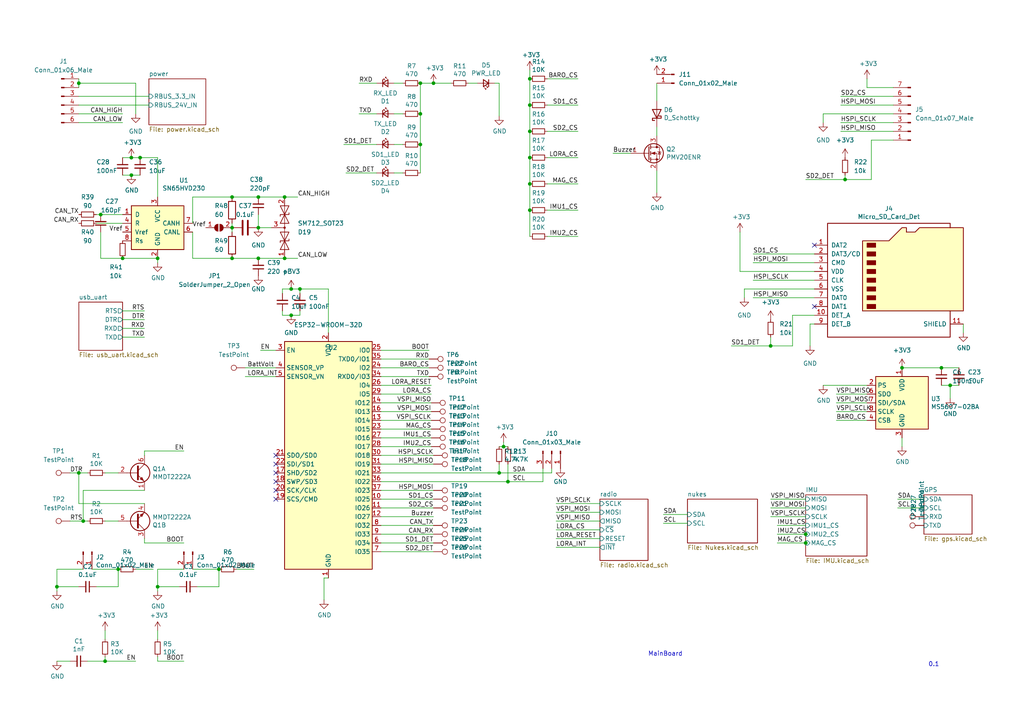
<source format=kicad_sch>
(kicad_sch (version 20211123) (generator eeschema)
  (paper "A4")
  (junction (at 86.995 83.82))
  (junction (at 147.32 139.7))
  (junction (at 82.55 74.93))
  (junction (at 16.51 170.18))
  (junction (at 261.62 106.68))
  (junction (at 273.05 106.68))
  (junction (at 45.72 74.93))
  (junction (at 233.68 154.94))
  (junction (at 153.67 30.48))
  (junction (at 125.73 24.13))
  (junction (at 144.78 137.16))
  (junction (at 146.05 129.54))
  (junction (at 63.5 165.1))
  (junction (at 153.67 38.1))
  (junction (at 35.56 74.93))
  (junction (at 22.86 24.13))
  (junction (at 74.93 57.15))
  (junction (at 67.31 57.15))
  (junction (at 153.67 53.34))
  (junction (at 84.455 83.82))
  (junction (at 38.1 45.72))
  (junction (at 121.92 33.02))
  (junction (at 74.93 66.04))
  (junction (at 223.52 100.33))
  (junction (at 67.31 66.04))
  (junction (at 153.67 22.86))
  (junction (at 153.67 45.72))
  (junction (at 82.55 57.15))
  (junction (at 34.29 165.1))
  (junction (at 84.455 91.44))
  (junction (at 67.31 74.93))
  (junction (at 74.93 74.93))
  (junction (at 121.92 41.91))
  (junction (at 24.13 151.13))
  (junction (at 153.67 60.96))
  (junction (at 121.92 24.13))
  (junction (at 233.68 157.48))
  (junction (at 245.11 52.07))
  (junction (at 45.72 170.18))
  (junction (at 30.48 191.77))
  (junction (at 29.21 62.23))
  (junction (at 40.64 45.72))
  (junction (at 38.1 50.8))
  (junction (at 22.86 137.16))
  (junction (at 275.59 111.76))
  (no_connect (at 236.22 71.12))
  (no_connect (at 80.01 132.08))
  (no_connect (at 236.22 88.9))
  (no_connect (at 80.01 134.62))
  (no_connect (at 80.01 142.24))
  (no_connect (at 80.01 144.78))
  (no_connect (at 80.01 139.7))
  (no_connect (at 80.01 137.16))
  (wire (pts (xy 22.86 24.13) (xy 39.37 24.13)))
  (wire (pts (xy 144.78 24.13) (xy 143.51 24.13)))
  (wire (pts (xy 35.56 45.72) (xy 38.1 45.72)))
  (wire (pts (xy 55.88 64.77) (xy 55.88 57.15)))
  (wire (pts (xy 29.21 62.23) (xy 35.56 62.23)))
  (wire (pts (xy 41.91 156.21) (xy 41.91 157.48)))
  (wire (pts (xy 34.29 137.16) (xy 30.48 137.16)))
  (wire (pts (xy 24.13 142.24) (xy 41.91 142.24)))
  (wire (pts (xy 45.72 165.1) (xy 53.34 165.1)))
  (wire (pts (xy 16.51 170.18) (xy 16.51 171.45)))
  (wire (pts (xy 25.4 191.77) (xy 30.48 191.77)))
  (wire (pts (xy 273.05 111.76) (xy 275.59 111.76)))
  (wire (pts (xy 161.29 146.05) (xy 173.99 146.05)))
  (wire (pts (xy 67.31 57.15) (xy 74.93 57.15)))
  (wire (pts (xy 71.12 106.68) (xy 80.01 106.68)))
  (wire (pts (xy 238.76 33.02) (xy 238.76 35.56)))
  (wire (pts (xy 110.49 160.02) (xy 125.73 160.02)))
  (wire (pts (xy 110.49 137.16) (xy 144.78 137.16)))
  (wire (pts (xy 57.15 170.18) (xy 63.5 170.18)))
  (wire (pts (xy 229.87 100.33) (xy 223.52 100.33)))
  (wire (pts (xy 110.49 104.14) (xy 124.46 104.14)))
  (wire (pts (xy 153.67 22.86) (xy 153.67 30.48)))
  (wire (pts (xy 114.3 24.13) (xy 116.84 24.13)))
  (wire (pts (xy 74.93 74.93) (xy 82.55 74.93)))
  (wire (pts (xy 161.29 156.21) (xy 173.99 156.21)))
  (wire (pts (xy 259.08 40.64) (xy 252.73 40.64)))
  (wire (pts (xy 27.94 64.77) (xy 35.56 64.77)))
  (wire (pts (xy 121.92 24.13) (xy 125.73 24.13)))
  (wire (pts (xy 242.57 119.38) (xy 251.46 119.38)))
  (wire (pts (xy 234.95 100.33) (xy 234.95 93.98)))
  (wire (pts (xy 22.86 22.86) (xy 22.86 24.13)))
  (wire (pts (xy 35.56 97.79) (xy 41.91 97.79)))
  (wire (pts (xy 121.92 33.02) (xy 121.92 41.91)))
  (wire (pts (xy 110.49 111.76) (xy 125.095 111.76)))
  (wire (pts (xy 215.9 83.82) (xy 215.9 86.36)))
  (wire (pts (xy 146.05 128.27) (xy 146.05 129.54)))
  (wire (pts (xy 233.68 154.94) (xy 234.315 154.94)))
  (wire (pts (xy 153.67 68.58) (xy 153.67 60.96)))
  (wire (pts (xy 25.4 151.13) (xy 24.13 151.13)))
  (wire (pts (xy 81.915 85.09) (xy 81.915 83.82)))
  (wire (pts (xy 243.84 27.94) (xy 259.08 27.94)))
  (wire (pts (xy 110.49 127) (xy 125.095 127)))
  (wire (pts (xy 22.86 24.13) (xy 22.86 25.4)))
  (wire (pts (xy 147.32 129.54) (xy 146.05 129.54)))
  (wire (pts (xy 16.51 191.77) (xy 20.32 191.77)))
  (wire (pts (xy 110.49 144.78) (xy 125.73 144.78)))
  (wire (pts (xy 40.64 45.72) (xy 45.72 45.72)))
  (wire (pts (xy 110.49 134.62) (xy 125.73 134.62)))
  (wire (pts (xy 38.1 50.8) (xy 40.64 50.8)))
  (wire (pts (xy 110.49 116.84) (xy 125.095 116.84)))
  (wire (pts (xy 218.44 76.2) (xy 236.22 76.2)))
  (wire (pts (xy 121.92 41.91) (xy 121.92 50.165)))
  (wire (pts (xy 214.63 67.31) (xy 214.63 78.74)))
  (wire (pts (xy 215.9 83.82) (xy 236.22 83.82)))
  (wire (pts (xy 242.57 114.3) (xy 251.46 114.3)))
  (wire (pts (xy 190.5 49.53) (xy 190.5 55.88)))
  (wire (pts (xy 30.48 191.77) (xy 39.37 191.77)))
  (wire (pts (xy 74.93 62.23) (xy 74.93 66.04)))
  (wire (pts (xy 192.405 149.225) (xy 199.39 149.225)))
  (wire (pts (xy 158.75 22.86) (xy 167.64 22.86)))
  (wire (pts (xy 261.62 106.68) (xy 273.05 106.68)))
  (wire (pts (xy 218.44 81.28) (xy 236.22 81.28)))
  (wire (pts (xy 30.48 151.13) (xy 34.29 151.13)))
  (wire (pts (xy 22.86 137.16) (xy 22.86 146.05)))
  (wire (pts (xy 144.78 137.16) (xy 160.02 137.16)))
  (wire (pts (xy 267.97 147.32) (xy 260.35 147.32)))
  (wire (pts (xy 82.55 57.15) (xy 86.36 57.15)))
  (wire (pts (xy 110.49 154.94) (xy 125.73 154.94)))
  (wire (pts (xy 233.68 52.07) (xy 245.11 52.07)))
  (wire (pts (xy 192.405 151.765) (xy 199.39 151.765)))
  (wire (pts (xy 104.14 24.13) (xy 109.22 24.13)))
  (wire (pts (xy 267.97 144.78) (xy 260.35 144.78)))
  (wire (pts (xy 67.31 64.77) (xy 67.31 66.04)))
  (wire (pts (xy 135.89 24.13) (xy 138.43 24.13)))
  (wire (pts (xy 125.73 24.13) (xy 130.81 24.13)))
  (wire (pts (xy 279.4 96.52) (xy 279.4 93.98)))
  (wire (pts (xy 158.75 30.48) (xy 167.64 30.48)))
  (wire (pts (xy 27.94 170.18) (xy 34.29 170.18)))
  (wire (pts (xy 35.56 74.93) (xy 45.72 74.93)))
  (wire (pts (xy 251.46 25.4) (xy 259.08 25.4)))
  (wire (pts (xy 25.4 137.16) (xy 22.86 137.16)))
  (wire (pts (xy 22.86 30.48) (xy 43.18 30.48)))
  (wire (pts (xy 86.995 91.44) (xy 86.995 90.17)))
  (wire (pts (xy 242.57 121.92) (xy 251.46 121.92)))
  (wire (pts (xy 158.75 68.58) (xy 167.64 68.58)))
  (wire (pts (xy 243.84 38.1) (xy 259.08 38.1)))
  (wire (pts (xy 182.88 44.45) (xy 177.8 44.45)))
  (wire (pts (xy 114.3 33.02) (xy 116.84 33.02)))
  (wire (pts (xy 225.425 157.48) (xy 233.68 157.48)))
  (wire (pts (xy 161.29 148.59) (xy 173.99 148.59)))
  (wire (pts (xy 16.51 165.1) (xy 16.51 170.18)))
  (wire (pts (xy 110.49 147.32) (xy 125.73 147.32)))
  (wire (pts (xy 153.67 45.72) (xy 153.67 53.34)))
  (wire (pts (xy 26.67 165.1) (xy 34.29 165.1)))
  (wire (pts (xy 27.94 62.23) (xy 29.21 62.23)))
  (wire (pts (xy 74.93 66.04) (xy 78.74 66.04)))
  (wire (pts (xy 22.86 137.16) (xy 20.32 137.16)))
  (wire (pts (xy 71.12 109.22) (xy 80.01 109.22)))
  (wire (pts (xy 24.13 151.13) (xy 20.32 151.13)))
  (wire (pts (xy 93.98 173.99) (xy 93.98 167.64)))
  (wire (pts (xy 73.66 165.1) (xy 68.58 165.1)))
  (wire (pts (xy 29.21 74.93) (xy 35.56 74.93)))
  (wire (pts (xy 147.32 134.62) (xy 147.32 139.7)))
  (wire (pts (xy 110.49 132.08) (xy 125.73 132.08)))
  (wire (pts (xy 110.49 106.68) (xy 124.46 106.68)))
  (wire (pts (xy 110.49 157.48) (xy 125.73 157.48)))
  (wire (pts (xy 45.72 165.1) (xy 45.72 170.18)))
  (wire (pts (xy 38.1 45.72) (xy 40.64 45.72)))
  (wire (pts (xy 41.91 157.48) (xy 53.34 157.48)))
  (wire (pts (xy 229.87 91.44) (xy 229.87 100.33)))
  (wire (pts (xy 44.45 165.1) (xy 39.37 165.1)))
  (wire (pts (xy 160.02 137.16) (xy 160.02 135.89)))
  (wire (pts (xy 35.56 90.17) (xy 41.91 90.17)))
  (wire (pts (xy 22.86 170.18) (xy 16.51 170.18)))
  (wire (pts (xy 104.14 33.02) (xy 109.22 33.02)))
  (wire (pts (xy 45.72 191.77) (xy 45.72 190.5)))
  (wire (pts (xy 30.48 182.88) (xy 30.48 185.42)))
  (wire (pts (xy 29.21 67.31) (xy 29.21 74.93)))
  (wire (pts (xy 161.29 151.13) (xy 173.99 151.13)))
  (wire (pts (xy 273.05 106.68) (xy 278.13 106.68)))
  (wire (pts (xy 251.46 22.86) (xy 251.46 25.4)))
  (wire (pts (xy 84.455 91.44) (xy 86.995 91.44)))
  (wire (pts (xy 229.87 91.44) (xy 236.22 91.44)))
  (wire (pts (xy 45.72 170.18) (xy 45.72 171.45)))
  (wire (pts (xy 86.995 83.82) (xy 95.25 83.82)))
  (wire (pts (xy 218.44 86.36) (xy 236.22 86.36)))
  (wire (pts (xy 74.93 57.15) (xy 82.55 57.15)))
  (wire (pts (xy 242.57 116.84) (xy 251.46 116.84)))
  (wire (pts (xy 22.86 27.94) (xy 43.18 27.94)))
  (wire (pts (xy 67.31 66.04) (xy 67.31 67.31)))
  (wire (pts (xy 158.75 60.96) (xy 167.64 60.96)))
  (wire (pts (xy 35.56 95.25) (xy 41.91 95.25)))
  (wire (pts (xy 45.72 76.2) (xy 45.72 74.93)))
  (wire (pts (xy 110.49 109.22) (xy 124.46 109.22)))
  (wire (pts (xy 35.56 50.8) (xy 38.1 50.8)))
  (wire (pts (xy 212.09 100.33) (xy 223.52 100.33)))
  (wire (pts (xy 110.49 152.4) (xy 125.73 152.4)))
  (wire (pts (xy 52.07 170.18) (xy 45.72 170.18)))
  (wire (pts (xy 55.88 57.15) (xy 67.31 57.15)))
  (wire (pts (xy 82.55 74.93) (xy 86.36 74.93)))
  (wire (pts (xy 234.95 93.98) (xy 236.22 93.98)))
  (wire (pts (xy 55.88 165.1) (xy 63.5 165.1)))
  (wire (pts (xy 110.49 121.92) (xy 125.095 121.92)))
  (wire (pts (xy 238.76 111.76) (xy 251.46 111.76)))
  (wire (pts (xy 225.425 154.94) (xy 233.68 154.94)))
  (wire (pts (xy 243.84 30.48) (xy 259.08 30.48)))
  (wire (pts (xy 110.49 139.7) (xy 147.32 139.7)))
  (wire (pts (xy 158.75 45.72) (xy 167.64 45.72)))
  (wire (pts (xy 41.91 130.81) (xy 53.34 130.81)))
  (wire (pts (xy 55.88 67.31) (xy 55.88 74.93)))
  (wire (pts (xy 22.86 146.05) (xy 41.91 146.05)))
  (wire (pts (xy 22.86 33.02) (xy 35.56 33.02)))
  (wire (pts (xy 41.91 132.08) (xy 41.91 130.81)))
  (wire (pts (xy 275.59 115.57) (xy 275.59 111.76)))
  (wire (pts (xy 252.73 40.64) (xy 252.73 52.07)))
  (wire (pts (xy 95.25 83.82) (xy 95.25 96.52)))
  (wire (pts (xy 144.78 137.16) (xy 144.78 134.62)))
  (wire (pts (xy 153.67 30.48) (xy 153.67 38.1)))
  (wire (pts (xy 75.565 101.6) (xy 80.01 101.6)))
  (wire (pts (xy 63.5 170.18) (xy 63.5 165.1)))
  (wire (pts (xy 34.29 170.18) (xy 34.29 165.1)))
  (wire (pts (xy 243.84 35.56) (xy 259.08 35.56)))
  (wire (pts (xy 153.67 60.96) (xy 153.67 53.34)))
  (wire (pts (xy 225.425 152.4) (xy 233.68 152.4)))
  (wire (pts (xy 252.73 52.07) (xy 245.11 52.07)))
  (wire (pts (xy 114.3 41.91) (xy 116.84 41.91)))
  (wire (pts (xy 81.915 83.82) (xy 84.455 83.82)))
  (wire (pts (xy 67.31 74.93) (xy 74.93 74.93)))
  (wire (pts (xy 153.67 20.32) (xy 153.67 22.86)))
  (wire (pts (xy 214.63 78.74) (xy 236.22 78.74)))
  (wire (pts (xy 100.33 50.165) (xy 109.22 50.165)))
  (wire (pts (xy 158.75 38.1) (xy 167.64 38.1)))
  (wire (pts (xy 114.3 50.165) (xy 116.84 50.165)))
  (wire (pts (xy 30.48 191.77) (xy 30.48 190.5)))
  (wire (pts (xy 86.995 83.82) (xy 86.995 85.09)))
  (wire (pts (xy 45.72 45.72) (xy 45.72 57.15)))
  (wire (pts (xy 158.75 53.34) (xy 167.64 53.34)))
  (wire (pts (xy 147.32 139.7) (xy 157.48 139.7)))
  (wire (pts (xy 223.52 149.86) (xy 233.68 149.86)))
  (wire (pts (xy 223.52 100.33) (xy 223.52 97.79)))
  (wire (pts (xy 190.5 24.13) (xy 190.5 29.21)))
  (wire (pts (xy 81.915 91.44) (xy 81.915 90.17)))
  (wire (pts (xy 84.455 91.44) (xy 81.915 91.44)))
  (wire (pts (xy 245.11 52.07) (xy 245.11 50.8)))
  (wire (pts (xy 161.29 153.67) (xy 173.99 153.67)))
  (wire (pts (xy 153.67 38.1) (xy 153.67 45.72)))
  (wire (pts (xy 110.49 124.46) (xy 125.095 124.46)))
  (wire (pts (xy 35.56 92.71) (xy 41.91 92.71)))
  (wire (pts (xy 223.52 144.78) (xy 233.68 144.78)))
  (wire (pts (xy 55.88 74.93) (xy 67.31 74.93)))
  (wire (pts (xy 99.695 41.91) (xy 109.22 41.91)))
  (wire (pts (xy 161.29 158.75) (xy 173.99 158.75)))
  (wire (pts (xy 93.98 167.64) (xy 95.25 167.64)))
  (wire (pts (xy 275.59 111.76) (xy 278.13 111.76)))
  (wire (pts (xy 16.51 165.1) (xy 24.13 165.1)))
  (wire (pts (xy 144.78 24.13) (xy 144.78 33.655)))
  (wire (pts (xy 110.49 142.24) (xy 125.73 142.24)))
  (wire (pts (xy 218.44 73.66) (xy 236.22 73.66)))
  (wire (pts (xy 223.52 147.32) (xy 233.68 147.32)))
  (wire (pts (xy 146.05 129.54) (xy 144.78 129.54)))
  (wire (pts (xy 261.62 129.54) (xy 261.62 127)))
  (wire (pts (xy 22.86 35.56) (xy 35.56 35.56)))
  (wire (pts (xy 110.49 114.3) (xy 125.095 114.3)))
  (wire (pts (xy 110.49 149.86) (xy 125.73 149.86)))
  (wire (pts (xy 45.72 182.88) (xy 45.72 185.42)))
  (wire (pts (xy 110.49 129.54) (xy 125.095 129.54)))
  (wire (pts (xy 39.37 24.13) (xy 39.37 33.02)))
  (wire (pts (xy 110.49 119.38) (xy 125.095 119.38)))
  (wire (pts (xy 238.76 33.02) (xy 259.08 33.02)))
  (wire (pts (xy 110.49 101.6) (xy 124.46 101.6)))
  (wire (pts (xy 233.68 157.48) (xy 234.315 157.48)))
  (wire (pts (xy 190.5 36.83) (xy 190.5 39.37)))
  (wire (pts (xy 53.34 191.77) (xy 45.72 191.77)))
  (wire (pts (xy 84.455 83.82) (xy 86.995 83.82)))
  (wire (pts (xy 24.13 151.13) (xy 24.13 142.24)))
  (wire (pts (xy 157.48 135.89) (xy 157.48 139.7)))
  (wire (pts (xy 121.92 24.13) (xy 121.92 33.02)))
  (text "MainBoard\n" (at 187.96 190.5 0) (effects (font (size 1.27 1.27)) (justify left bottom)))
  (text "0.1\n\n" (at 269.24 195.58 0) (effects (font (size 1.27 1.27)) (justify left bottom)))
  (label "SDA" (at 260.35 144.78 0))
  (label "DTR" (at 41.91 92.71 180))
  (label "LORA_RESET" (at 161.29 156.21 0))
  (label "EN" (at 39.37 191.77 180))
  (label "CAN_LOW" (at 86.36 74.93 0))
  (label "VSPI_MOSI" (at 242.57 116.84 0))
  (label "SD1_DET" (at 125.73 157.48 180))
  (label "IMU2_CS" (at 225.425 154.94 0))
  (label "HSPI_MISO" (at 243.84 38.1 0))
  (label "CAN_RX" (at 125.73 154.94 180))
  (label "SDA" (at 152.4 137.16 180))
  (label "TXD" (at 41.91 97.79 180))
  (label "LORA_RESET" (at 125.095 111.76 180))
  (label "LORA_CS" (at 161.29 153.67 0))
  (label "TXD" (at 104.14 33.02 0))
  (label "SD1_CS" (at 218.44 73.66 0))
  (label "IMU2_CS" (at 167.64 68.58 180))
  (label "SD1_DET" (at 212.09 100.33 0))
  (label "VSPI_MISO" (at 161.29 151.13 0))
  (label "EN" (at 53.34 130.81 180))
  (label "SD2_DET" (at 100.33 50.165 0))
  (label "HSPI_MISO" (at 125.73 134.62 180))
  (label "SD2_DET" (at 125.73 160.02 180))
  (label "MAG_CS" (at 167.64 53.34 180))
  (label "HSPI_SCLK" (at 125.73 132.08 180))
  (label "LORA_INT" (at 71.755 109.22 0))
  (label "LORA_CS" (at 167.64 45.72 180))
  (label "SD1_CS" (at 125.73 144.78 180))
  (label "BARO_CS" (at 167.64 22.86 180))
  (label "BARO_CS" (at 124.46 106.68 180))
  (label "CAN_LOW" (at 35.56 35.56 180))
  (label "VSPI_MOSI" (at 161.29 148.59 0))
  (label "MAG_CS" (at 125.095 124.46 180))
  (label "SD1_CS" (at 167.64 30.48 180))
  (label "VSPI_SCLK" (at 223.52 149.86 0))
  (label "SD1_DET" (at 99.695 41.91 0))
  (label "VSPI_SCLK" (at 161.29 146.05 0))
  (label "RXD" (at 124.46 104.14 180))
  (label "EN" (at 44.45 165.1 180))
  (label "BOOT" (at 73.66 165.1 180))
  (label "RXD" (at 41.91 95.25 180))
  (label "VSPI_MISO" (at 223.52 144.78 0))
  (label "SCL" (at 260.35 147.32 0))
  (label "LORA_INT" (at 161.29 158.75 0))
  (label "LORA_CS" (at 125.095 114.3 180))
  (label "VSPI_MOSI" (at 223.52 147.32 0))
  (label "IMU1_CS" (at 225.425 152.4 0))
  (label "RTS" (at 41.91 90.17 180))
  (label "SD2_CS" (at 243.84 27.94 0))
  (label "CAN_RX" (at 22.86 64.77 180))
  (label "BARO_CS" (at 242.57 121.92 0))
  (label "IMU2_CS" (at 125.095 129.54 180))
  (label "SD2_CS" (at 167.64 38.1 180))
  (label "SDA" (at 192.405 149.225 0))
  (label "VSPI_MISO" (at 242.57 114.3 0))
  (label "VSPI_SCLK" (at 125.095 121.92 180))
  (label "RTS" (at 20.32 151.13 0))
  (label "VSPI_SCLK" (at 242.57 119.38 0))
  (label "BattVolt" (at 71.755 106.68 0))
  (label "SD2_DET" (at 233.68 52.07 0))
  (label "HSPI_MISO" (at 218.44 86.36 0))
  (label "BOOT" (at 53.34 157.48 180))
  (label "CAN_HIGH" (at 35.56 33.02 180))
  (label "Vref" (at 35.56 67.31 180))
  (label "SCL" (at 152.4 139.7 180))
  (label "CAN_TX" (at 22.86 62.23 180))
  (label "RXD" (at 104.14 24.13 0))
  (label "BOOT" (at 53.34 191.77 180))
  (label "CAN_HIGH" (at 86.36 57.15 0))
  (label "Buzzer" (at 125.73 149.86 180))
  (label "IMU1_CS" (at 167.64 60.96 180))
  (label "IMU1_CS" (at 125.095 127 180))
  (label "VSPI_MISO" (at 125.095 116.84 180))
  (label "SD2_CS" (at 125.73 147.32 180))
  (label "MAG_CS" (at 225.425 157.48 0))
  (label "DTR" (at 20.32 137.16 0))
  (label "HSPI_MOSI" (at 243.84 30.48 0))
  (label "HSPI_SCLK" (at 243.84 35.56 0))
  (label "Buzzer" (at 177.8 44.45 0))
  (label "BOOT" (at 124.46 101.6 180))
  (label "CAN_TX" (at 125.73 152.4 180))
  (label "TXD" (at 124.46 109.22 180))
  (label "HSPI_MOSI" (at 125.73 142.24 180))
  (label "HSPI_SCLK" (at 218.44 81.28 0))
  (label "EN" (at 75.565 101.6 0))
  (label "VSPI_MOSI" (at 125.095 119.38 180))
  (label "Vref" (at 59.69 66.04 180))
  (label "HSPI_MOSI" (at 218.44 76.2 0))
  (label "SCL" (at 192.405 151.765 0))
  (symbol (lib_id "Connector:TestPoint") (at 20.32 137.16 90) (unit 1)
    (property "Reference" "TP1" (at 17.018 130.81 90))
    (property "Value" "TestPoint" (at 17.018 133.35 90))
    (property "Footprint" "TestPoint:TestPoint_Pad_D1.0mm" (effects hide))
  )
  (symbol (lib_id "power:GND") (at 162.56 135.89 0) (unit 1)
    (property "Reference" "#PWR034" (effects hide))
    (property "Value" "GND" (at 162.56 139.7 0))
  )
  (symbol (lib_id "Connector:TestPoint") (at 125.73 144.78 270) (unit 1)
    (property "Reference" "TP20" (at 130.81 143.5099 90) (effects (justify left)))
    (property "Value" "TestPoint" (at 130.81 146.0499 90) (effects (justify left)))
    (property "Footprint" "TestPoint:TestPoint_Pad_D1.0mm" (effects hide))
  )
  (symbol (lib_id "power:GND") (at 275.59 115.57 0) (unit 1)
    (property "Reference" "#PWR028" (effects hide))
    (property "Value" "GND" (at 275.59 120.015 0))
  )
  (symbol (lib_id "power:GND") (at 74.93 80.01 0) (unit 1)
    (property "Reference" "#PWR088" (effects hide))
    (property "Value" "GND" (at 74.93 83.82 0))
  )
  (symbol (lib_id "RF_Module:ESP32-WROOM-32") (at 95.25 132.08 0) (unit 1)
    (property "Reference" "U2" (at 96.52 100.8126 0))
    (property "Value" "ESP32-WROOM-32D" (at 95.25 94.234 0))
    (property "Footprint" "RF_Module:ESP32-WROOM-32" (effects hide))
    (property "Datasheet" "https://www.espressif.com/sites/default/files/documentation/esp32-wroom-32d_esp32-wroom-32u_datasheet_en.pdf" (effects hide))
  )
  (symbol (lib_id "Connector:TestPoint") (at 20.32 151.13 90) (unit 1)
    (property "Reference" "TP2" (at 17.018 144.78 90))
    (property "Value" "TestPoint" (at 17.018 147.32 90))
    (property "Footprint" "TestPoint:TestPoint_Pad_D1.0mm" (effects hide))
  )
  (symbol (lib_id "Device:R_Small") (at 156.21 30.48 270) (unit 1)
    (property "Reference" "R15" (at 156.21 25.5016 90))
    (property "Value" "10K" (at 156.21 27.813 90))
    (property "Footprint" "Resistor_SMD:R_0603_1608Metric" (effects hide))
  )
  (symbol (lib_id "Device:C_Small") (at 278.13 109.22 0) (unit 1)
    (property "Reference" "C23" (at 280.67 107.9562 0) (effects (justify left)))
    (property "Value" "10uF" (at 280.67 110.4962 0) (effects (justify left)))
    (property "Footprint" "Capacitor_SMD:C_0603_1608Metric" (effects hide))
  )
  (symbol (lib_id "Diode:SM712_SOT23") (at 82.55 66.04 270) (mirror x) (unit 1)
    (property "Reference" "D19" (at 86.36 67.31 90) (effects (justify left)))
    (property "Value" "SM712_SOT23" (at 86.36 64.77 90) (effects (justify left)))
    (property "Footprint" "Package_TO_SOT_SMD:SOT-23" (effects hide))
    (property "Datasheet" "https://www.littelfuse.com/~/media/electronics/datasheets/tvs_diode_arrays/littelfuse_tvs_diode_array_sm712_datasheet.pdf.pdf" (effects hide))
  )
  (symbol (lib_id "Device:LED_Small") (at 111.76 33.02 0) (unit 1)
    (property "Reference" "D2" (at 111.76 38.227 0))
    (property "Value" "TX_LED" (at 111.76 35.9156 0))
    (property "Footprint" "LED_SMD:LED_0603_1608Metric" (effects hide))
  )
  (symbol (lib_id "Connector:Conn_01x03_Male") (at 160.02 130.81 270) (unit 1)
    (property "Reference" "J10" (at 160.02 125.73 90))
    (property "Value" "Conn_01x03_Male" (at 160.02 128.27 90))
    (property "Footprint" "Connector_PinHeader_2.54mm:PinHeader_1x03_P2.54mm_Vertical" (effects hide))
  )
  (symbol (lib_id "power:+3.3V") (at 125.73 24.13 0) (unit 1)
    (property "Reference" "#PWR012" (effects hide))
    (property "Value" "+3.3V" (at 126.111 19.7358 0))
  )
  (symbol (lib_id "Connector:Conn_01x02_Male") (at 195.58 24.13 180) (unit 1)
    (property "Reference" "J11" (at 196.85 21.5899 0) (effects (justify right)))
    (property "Value" "Conn_01x02_Male" (at 196.85 24.1299 0) (effects (justify right)))
    (property "Footprint" "Connector_JST:JST_PH_B2B-PH-K_1x02_P2.00mm_Vertical" (effects hide))
  )
  (symbol (lib_id "Device:C") (at 71.12 66.04 90) (unit 1)
    (property "Reference" "C37" (at 71.12 59.69 90))
    (property "Value" "0.1uF" (at 71.12 62.23 90))
    (property "Footprint" "Capacitor_SMD:C_0603_1608Metric" (effects hide))
  )
  (symbol (lib_id "Connector:TestPoint") (at 125.73 147.32 270) (unit 1)
    (property "Reference" "TP21" (at 130.81 146.0499 90) (effects (justify left)))
    (property "Value" "TestPoint" (at 130.81 148.5899 90) (effects (justify left)))
    (property "Footprint" "TestPoint:TestPoint_Pad_D1.0mm" (effects hide))
  )
  (symbol (lib_id "Connector:Micro_SD_Card_Det_Hirose_DM3AT") (at 259.08 81.28 0) (unit 1)
    (property "Reference" "J4" (at 257.81 60.5282 0))
    (property "Value" "Micro_SD_Card_Det" (at 257.81 62.8396 0))
    (property "Footprint" "Connector_Card:microSD_HC_Hirose_DM3AT-SF-PEJM5" (effects hide))
    (property "Datasheet" "https://www.hirose.com/product/en/download_file/key_name/DM3/category/Catalog/doc_file_id/49662/?file_category_id=4&item_id=195&is_series=1" (effects hide))
  )
  (symbol (lib_id "Device:R_Small") (at 36.83 165.1 270) (unit 1)
    (property "Reference" "R4" (at 36.83 160.1216 90))
    (property "Value" "470" (at 36.83 162.433 90))
    (property "Footprint" "Resistor_SMD:R_0603_1608Metric" (effects hide))
  )
  (symbol (lib_id "Connector:TestPoint") (at 125.73 134.62 270) (unit 1)
    (property "Reference" "TP18" (at 130.81 133.3499 90) (effects (justify left)))
    (property "Value" "TestPoint" (at 130.81 135.8899 90) (effects (justify left)))
    (property "Footprint" "TestPoint:TestPoint_Pad_D1.0mm" (effects hide))
  )
  (symbol (lib_id "power:+3.3V") (at 261.62 106.68 0) (unit 1)
    (property "Reference" "#PWR026" (effects hide))
    (property "Value" "+3.3V" (at 261.62 101.6 0))
  )
  (symbol (lib_id "Device:R_Small") (at 245.11 48.26 0) (unit 1)
    (property "Reference" "R22" (at 247.65 46.9899 0) (effects (justify left)))
    (property "Value" "10k" (at 247.65 49.5299 0) (effects (justify left)))
    (property "Footprint" "Resistor_SMD:R_0603_1608Metric" (effects hide))
  )
  (symbol (lib_id "Device:R_Small") (at 156.21 60.96 270) (unit 1)
    (property "Reference" "R19" (at 156.21 55.9816 90))
    (property "Value" "10K" (at 156.21 58.293 90))
    (property "Footprint" "Resistor_SMD:R_0603_1608Metric" (effects hide))
  )
  (symbol (lib_id "Device:R_Small") (at 35.56 72.39 0) (unit 1)
    (property "Reference" "R41" (at 31.75 77.47 0) (effects (justify left)))
    (property "Value" "10k" (at 31.75 80.01 0) (effects (justify left)))
    (property "Footprint" "Resistor_SMD:R_0603_1608Metric" (effects hide))
  )
  (symbol (lib_id "power:+3.3V") (at 153.67 20.32 0) (unit 1)
    (property "Reference" "#PWR015" (effects hide))
    (property "Value" "+3.3V" (at 154.051 15.9258 0))
  )
  (symbol (lib_id "power:GND") (at 234.95 100.33 0) (unit 1)
    (property "Reference" "#PWR021" (effects hide))
    (property "Value" "GND" (at 234.95 105.41 0))
  )
  (symbol (lib_id "Device:C_Small") (at 29.21 64.77 180) (unit 1)
    (property "Reference" "C27" (at 30.48 58.42 0) (effects (justify right)))
    (property "Value" "160pF" (at 29.21 60.96 0) (effects (justify right)))
    (property "Footprint" "Capacitor_SMD:C_0603_1608Metric" (effects hide))
  )
  (symbol (lib_id "Device:Q_NMOS_GSD") (at 187.96 44.45 0) (unit 1)
    (property "Reference" "Q2" (at 193.1924 43.2816 0) (effects (justify left)))
    (property "Value" "PMV20ENR" (at 193.1924 45.593 0) (effects (justify left)))
    (property "Footprint" "Package_TO_SOT_SMD:SOT-23" (effects hide))
  )
  (symbol (lib_id "Device:C_Small") (at 22.86 191.77 270) (unit 1)
    (property "Reference" "C1" (at 22.86 185.9534 90))
    (property "Value" "1nF" (at 22.86 188.2648 90))
    (property "Footprint" "Capacitor_SMD:C_0603_1608Metric" (effects hide))
  )
  (symbol (lib_id "Connector:TestPoint") (at 267.97 149.86 90) (unit 1)
    (property "Reference" "TP27" (at 264.9728 148.3868 0) (effects (justify left)))
    (property "Value" "TestPoint" (at 267.2842 148.3868 0) (effects (justify left)))
    (property "Footprint" "TestPoint:TestPoint_Pad_D1.0mm" (effects hide))
  )
  (symbol (lib_id "power:GND") (at 16.51 191.77 0) (unit 1)
    (property "Reference" "#PWR02" (effects hide))
    (property "Value" "GND" (at 16.637 196.1642 0))
  )
  (symbol (lib_id "Connector:Conn_01x06_Male") (at 17.78 27.94 0) (unit 1)
    (property "Reference" "J1" (at 18.415 17.78 0))
    (property "Value" "Conn_01x06_Male" (at 18.415 20.32 0))
    (property "Footprint" "Connector_Molex:Molex_Mini-Fit_Jr_5566-06A_2x03_P4.20mm_Vertical" (effects hide))
  )
  (symbol (lib_id "Connector:TestPoint") (at 125.095 121.92 270) (unit 1)
    (property "Reference" "TP13" (at 130.175 120.6499 90) (effects (justify left)))
    (property "Value" "TestPoint" (at 130.175 123.1899 90) (effects (justify left)))
    (property "Footprint" "TestPoint:TestPoint_Pad_D1.0mm" (effects hide))
  )
  (symbol (lib_id "power:+3.3V") (at 214.63 67.31 0) (unit 1)
    (property "Reference" "#PWR018" (effects hide))
    (property "Value" "+3.3V" (at 215.011 62.9158 0))
  )
  (symbol (lib_id "power:+3.3V") (at 251.46 22.86 0) (unit 1)
    (property "Reference" "#PWR025" (effects hide))
    (property "Value" "+3.3V" (at 251.841 18.4658 0))
  )
  (symbol (lib_id "power:GND") (at 238.76 111.76 0) (unit 1)
    (property "Reference" "#PWR023" (effects hide))
    (property "Value" "GND" (at 238.887 116.1542 0))
  )
  (symbol (lib_id "power:GND") (at 16.51 171.45 0) (unit 1)
    (property "Reference" "#PWR01" (effects hide))
    (property "Value" "GND" (at 16.637 175.8442 0))
  )
  (symbol (lib_id "Connector:TestPoint") (at 125.095 129.54 270) (unit 1)
    (property "Reference" "TP16" (at 130.175 128.2699 90) (effects (justify left)))
    (property "Value" "TestPoint" (at 130.175 130.8099 90) (effects (justify left)))
    (property "Footprint" "TestPoint:TestPoint_Pad_D1.0mm" (effects hide))
  )
  (symbol (lib_id "power:+3.3V") (at 45.72 182.88 0) (unit 1)
    (property "Reference" "#PWR08" (effects hide))
    (property "Value" "+3.3V" (at 46.101 178.4858 0))
  )
  (symbol (lib_id "power:GND") (at 190.5 55.88 0) (unit 1)
    (property "Reference" "#PWR017" (effects hide))
    (property "Value" "GND" (at 190.627 60.2742 0))
  )
  (symbol (lib_id "Device:C_Small") (at 74.93 59.69 180) (unit 1)
    (property "Reference" "C38" (at 72.39 52.07 0) (effects (justify right)))
    (property "Value" "220pF" (at 72.39 54.61 0) (effects (justify right)))
    (property "Footprint" "Capacitor_SMD:C_0603_1608Metric" (effects hide))
  )
  (symbol (lib_id "Connector:TestPoint") (at 124.46 109.22 270) (unit 1)
    (property "Reference" "TP8" (at 129.54 107.9499 90) (effects (justify left)))
    (property "Value" "TestPoint" (at 129.54 110.4899 90) (effects (justify left)))
    (property "Footprint" "TestPoint:TestPoint_Pad_D1.0mm" (effects hide))
  )
  (symbol (lib_id "power:GND") (at 261.62 129.54 0) (unit 1)
    (property "Reference" "#PWR027" (effects hide))
    (property "Value" "GND" (at 261.747 133.9342 0))
  )
  (symbol (lib_id "power:GND") (at 39.37 33.02 0) (unit 1)
    (property "Reference" "#PWR06" (effects hide))
    (property "Value" "GND" (at 39.37 38.1 0))
  )
  (symbol (lib_id "Connector:TestPoint") (at 125.095 124.46 270) (unit 1)
    (property "Reference" "TP14" (at 130.175 123.1899 90) (effects (justify left)))
    (property "Value" "TestPoint" (at 130.175 125.7299 90) (effects (justify left)))
    (property "Footprint" "TestPoint:TestPoint_Pad_D1.0mm" (effects hide))
  )
  (symbol (lib_id "Connector:TestPoint") (at 125.095 116.84 270) (unit 1)
    (property "Reference" "TP11" (at 130.175 115.5699 90) (effects (justify left)))
    (property "Value" "TestPoint" (at 130.175 118.1099 90) (effects (justify left)))
    (property "Footprint" "TestPoint:TestPoint_Pad_D1.0mm" (effects hide))
  )
  (symbol (lib_id "Device:R_Small") (at 27.94 137.16 270) (unit 1)
    (property "Reference" "R1" (at 27.94 132.1816 90))
    (property "Value" "10K" (at 27.94 134.493 90))
    (property "Footprint" "Resistor_SMD:R_0603_1608Metric" (effects hide))
  )
  (symbol (lib_id "power:GND") (at 279.4 96.52 0) (unit 1)
    (property "Reference" "#PWR029" (effects hide))
    (property "Value" "GND" (at 279.527 100.9142 0))
  )
  (symbol (lib_id "Connector:TestPoint") (at 125.095 127 270) (unit 1)
    (property "Reference" "TP15" (at 130.175 125.7299 90) (effects (justify left)))
    (property "Value" "TestPoint" (at 130.175 128.2699 90) (effects (justify left)))
    (property "Footprint" "TestPoint:TestPoint_Pad_D1.0mm" (effects hide))
  )
  (symbol (lib_id "Connector:TestPoint") (at 267.97 152.4 90) (unit 1)
    (property "Reference" "TP28" (at 264.9728 150.9268 0) (effects (justify left)))
    (property "Value" "TestPoint" (at 267.2842 150.9268 0) (effects (justify left)))
    (property "Footprint" "TestPoint:TestPoint_Pad_D1.0mm" (effects hide))
  )
  (symbol (lib_id "Device:R_Small") (at 25.4 64.77 90) (unit 1)
    (property "Reference" "R40" (at 25.4 67.31 90))
    (property "Value" "90" (at 25.4 69.85 90))
    (property "Footprint" "Resistor_SMD:R_0603_1608Metric" (effects hide))
  )
  (symbol (lib_id "Interface_CAN_LIN:SN65HVD230") (at 45.72 64.77 0) (unit 1)
    (property "Reference" "U1" (at 53.34 52.2986 0))
    (property "Value" "SN65HVD230" (at 53.34 54.61 0))
    (property "Footprint" "Package_SO:SOIC-8_3.9x4.9mm_P1.27mm" (effects hide))
    (property "Datasheet" "http://www.ti.com/lit/ds/symlink/sn65hvd230.pdf" (effects hide))
  )
  (symbol (lib_id "power:+3.3V") (at 146.05 128.27 0) (unit 1)
    (property "Reference" "#PWR014" (effects hide))
    (property "Value" "+3.3V" (at 146.431 123.8758 0))
  )
  (symbol (lib_id "power:GND") (at 74.93 66.04 0) (unit 1)
    (property "Reference" "#PWR087" (effects hide))
    (property "Value" "GND" (at 74.93 71.12 0))
  )
  (symbol (lib_id "power:+3.3V") (at 84.455 83.82 0) (unit 1)
    (property "Reference" "#PWR09" (effects hide))
    (property "Value" "+3.3V" (at 84.455 78.74 0))
  )
  (symbol (lib_id "Connector:Conn_01x07_Male") (at 264.16 33.02 180) (unit 1)
    (property "Reference" "J5" (at 265.43 31.7499 0) (effects (justify right)))
    (property "Value" "Conn_01x07_Male" (at 265.43 34.2899 0) (effects (justify right)))
    (property "Footprint" "Connector_JST:JST_GH_SM07B-GHS-TB_1x07-1MP_P1.25mm_Horizontal" (effects hide))
  )
  (symbol (lib_id "Device:R_Small") (at 156.21 53.34 270) (unit 1)
    (property "Reference" "R18" (at 156.21 48.3616 90))
    (property "Value" "10K" (at 156.21 50.673 90))
    (property "Footprint" "Resistor_SMD:R_0603_1608Metric" (effects hide))
  )
  (symbol (lib_id "power:GND") (at 144.78 33.655 0) (unit 1)
    (property "Reference" "#PWR013" (effects hide))
    (property "Value" "GND" (at 144.907 38.0492 0))
  )
  (symbol (lib_id "Device:LED_Small") (at 140.97 24.13 180) (unit 1)
    (property "Reference" "D5" (at 140.97 18.923 0))
    (property "Value" "PWR_LED" (at 140.97 21.2344 0))
    (property "Footprint" "LED_SMD:LED_0603_1608Metric" (effects hide))
  )
  (symbol (lib_id "Device:R_Small") (at 119.38 24.13 270) (unit 1)
    (property "Reference" "R7" (at 119.38 19.1516 90))
    (property "Value" "470" (at 119.38 21.463 90))
    (property "Footprint" "Resistor_SMD:R_0603_1608Metric" (effects hide))
  )
  (symbol (lib_id "Device:R_Small") (at 156.21 22.86 270) (unit 1)
    (property "Reference" "R14" (at 156.21 17.8816 90))
    (property "Value" "10K" (at 156.21 20.193 90))
    (property "Footprint" "Resistor_SMD:R_0603_1608Metric" (effects hide))
  )
  (symbol (lib_id "Connector:TestPoint") (at 125.73 132.08 270) (unit 1)
    (property "Reference" "TP17" (at 130.81 130.8099 90) (effects (justify left)))
    (property "Value" "TestPoint" (at 130.81 133.3499 90) (effects (justify left)))
    (property "Footprint" "TestPoint:TestPoint_Pad_D1.0mm" (effects hide))
  )
  (symbol (lib_id "power:GND") (at 45.72 76.2 0) (unit 1)
    (property "Reference" "#PWR066" (effects hide))
    (property "Value" "GND" (at 45.847 80.5942 0))
  )
  (symbol (lib_id "power:+3.3V") (at 30.48 182.88 0) (unit 1)
    (property "Reference" "#PWR03" (effects hide))
    (property "Value" "+3.3V" (at 30.861 178.4858 0))
  )
  (symbol (lib_id "Connector:TestPoint") (at 124.46 106.68 270) (unit 1)
    (property "Reference" "TP22" (at 129.54 105.4099 90) (effects (justify left)))
    (property "Value" "TestPoint" (at 129.54 107.9499 90) (effects (justify left)))
    (property "Footprint" "TestPoint:TestPoint_Pad_D1.0mm" (effects hide))
  )
  (symbol (lib_id "power:+3.3V") (at 190.5 21.59 0) (unit 1)
    (property "Reference" "#PWR016" (effects hide))
    (property "Value" "+3.3V" (at 190.881 17.1958 0))
  )
  (symbol (lib_id "Device:R") (at 67.31 60.96 0) (unit 1)
    (property "Reference" "R48" (at 62.23 59.69 0) (effects (justify left)))
    (property "Value" "60" (at 62.23 62.23 0) (effects (justify left)))
    (property "Footprint" "Resistor_SMD:R_0603_1608Metric" (effects hide))
  )
  (symbol (lib_id "Device:C_Small") (at 25.4 170.18 270) (unit 1)
    (property "Reference" "C2" (at 25.4 164.3634 90))
    (property "Value" "0.1uF" (at 25.4 166.6748 90))
    (property "Footprint" "Capacitor_SMD:C_0603_1608Metric" (effects hide))
  )
  (symbol (lib_id "Connector:TestPoint") (at 125.73 157.48 270) (unit 1)
    (property "Reference" "TP25" (at 130.81 156.2099 90) (effects (justify left)))
    (property "Value" "TestPoint" (at 130.81 158.7499 90) (effects (justify left)))
    (property "Footprint" "TestPoint:TestPoint_Pad_D1.0mm" (effects hide))
  )
  (symbol (lib_id "Device:LED_Small") (at 111.76 50.165 0) (unit 1)
    (property "Reference" "D4" (at 111.76 55.372 0))
    (property "Value" "SD2_LED" (at 111.76 53.0606 0))
    (property "Footprint" "LED_SMD:LED_0603_1608Metric" (effects hide))
  )
  (symbol (lib_id "power:GND") (at 238.76 35.56 0) (unit 1)
    (property "Reference" "#PWR022" (effects hide))
    (property "Value" "GND" (at 238.76 40.64 0))
  )
  (symbol (lib_id "Transistor_BJT:MMDT2222A") (at 39.37 137.16 0) (unit 1)
    (property "Reference" "Q1" (at 44.196 135.9916 0) (effects (justify left)))
    (property "Value" "MMDT2222A" (at 44.196 138.303 0) (effects (justify left)))
    (property "Footprint" "Package_TO_SOT_SMD:SOT-363_SC-70-6" (effects hide))
    (property "Datasheet" "http://www.diodes.com/_files/datasheets/ds30125.pdf" (effects hide))
  )
  (symbol (lib_id "Device:D_Schottky") (at 190.5 33.02 90) (unit 1)
    (property "Reference" "D6" (at 192.5066 31.8516 90) (effects (justify right)))
    (property "Value" "D_Schottky" (at 192.5066 34.163 90) (effects (justify right)))
    (property "Footprint" "Diode_SMD:D_SOD-123F" (effects hide))
    (property "Datasheet" "http://www.smc-diodes.com/propdf/DSS12U%20THRU%20DSS125U%20N1873%20REV.A.pdf" (effects hide))
  )
  (symbol (lib_id "power:GND") (at 45.72 171.45 0) (unit 1)
    (property "Reference" "#PWR07" (effects hide))
    (property "Value" "GND" (at 45.847 175.8442 0))
  )
  (symbol (lib_id "Device:LED_Small") (at 111.76 24.13 0) (unit 1)
    (property "Reference" "D1" (at 111.76 29.337 0))
    (property "Value" "RX_LED" (at 111.76 27.0256 0))
    (property "Footprint" "LED_SMD:LED_0603_1608Metric" (effects hide))
  )
  (symbol (lib_id "Connector:TestPoint") (at 125.73 142.24 270) (unit 1)
    (property "Reference" "TP19" (at 130.81 140.9699 90) (effects (justify left)))
    (property "Value" "TestPoint" (at 130.81 143.5099 90) (effects (justify left)))
    (property "Footprint" "TestPoint:TestPoint_Pad_D1.0mm" (effects hide))
  )
  (symbol (lib_id "Device:LED_Small") (at 111.76 41.91 0) (unit 1)
    (property "Reference" "D3" (at 111.76 47.117 0))
    (property "Value" "SD1_LED" (at 111.76 44.8056 0))
    (property "Footprint" "LED_SMD:LED_0603_1608Metric" (effects hide))
  )
  (symbol (lib_id "Device:R") (at 67.31 71.12 0) (unit 1)
    (property "Reference" "R49" (at 62.23 69.85 0) (effects (justify left)))
    (property "Value" "60" (at 62.23 72.39 0) (effects (justify left)))
    (property "Footprint" "Resistor_SMD:R_0603_1608Metric" (effects hide))
  )
  (symbol (lib_id "Connector:Conn_01x02_Male") (at 26.67 160.02 270) (unit 1)
    (property "Reference" "J2" (at 27.7876 161.5948 90) (effects (justify left)))
    (property "Value" "Conn_01x02_Male" (at 27.7876 163.9062 90) (effects (justify left)))
    (property "Footprint" "Connector_PinHeader_2.54mm:PinHeader_1x02_P2.54mm_Vertical" (effects hide))
  )
  (symbol (lib_id "Device:R_Small") (at 156.21 68.58 270) (unit 1)
    (property "Reference" "R20" (at 156.21 63.6016 90))
    (property "Value" "10K" (at 156.21 65.913 90))
    (property "Footprint" "Resistor_SMD:R_0603_1608Metric" (effects hide))
  )
  (symbol (lib_id "Device:R_Small") (at 133.35 24.13 270) (unit 1)
    (property "Reference" "R11" (at 133.35 19.1516 90))
    (property "Value" "470" (at 133.35 21.463 90))
    (property "Footprint" "Resistor_SMD:R_0603_1608Metric" (effects hide))
  )
  (symbol (lib_id "Connector:TestPoint") (at 125.73 152.4 270) (unit 1)
    (property "Reference" "TP23" (at 130.81 151.1299 90) (effects (justify left)))
    (property "Value" "TestPoint" (at 130.81 153.6699 90) (effects (justify left)))
    (property "Footprint" "TestPoint:TestPoint_Pad_D1.0mm" (effects hide))
  )
  (symbol (lib_id "Connector:TestPoint") (at 124.46 104.14 270) (unit 1)
    (property "Reference" "TP6" (at 129.54 102.8699 90) (effects (justify left)))
    (property "Value" "TestPoint" (at 129.54 105.4099 90) (effects (justify left)))
    (property "Footprint" "TestPoint:TestPoint_Pad_D1.0mm" (effects hide))
  )
  (symbol (lib_id "Device:C_Small") (at 74.93 77.47 180) (unit 1)
    (property "Reference" "C39" (at 77.47 76.2 0) (effects (justify right)))
    (property "Value" "220 pF" (at 77.47 78.74 0) (effects (justify right)))
    (property "Footprint" "Capacitor_SMD:C_0603_1608Metric" (effects hide))
  )
  (symbol (lib_id "Connector:TestPoint") (at 125.73 160.02 270) (unit 1)
    (property "Reference" "TP26" (at 130.81 158.7499 90) (effects (justify left)))
    (property "Value" "TestPoint" (at 130.81 161.2899 90) (effects (justify left)))
    (property "Footprint" "TestPoint:TestPoint_Pad_D1.0mm" (effects hide))
  )
  (symbol (lib_id "power:GND") (at 84.455 91.44 0) (unit 1)
    (property "Reference" "#PWR010" (effects hide))
    (property "Value" "GND" (at 84.455 96.52 0))
  )
  (symbol (lib_id "Connector:TestPoint") (at 125.095 119.38 270) (unit 1)
    (property "Reference" "TP12" (at 130.175 118.1099 90) (effects (justify left)))
    (property "Value" "TestPoint" (at 130.175 120.6499 90) (effects (justify left)))
    (property "Footprint" "TestPoint:TestPoint_Pad_D1.0mm" (effects hide))
  )
  (symbol (lib_id "power:GND") (at 215.9 86.36 0) (unit 1)
    (property "Reference" "#PWR019" (effects hide))
    (property "Value" "GND" (at 215.9 91.44 0))
  )
  (symbol (lib_id "Device:R_Small") (at 119.38 33.02 270) (unit 1)
    (property "Reference" "R8" (at 119.38 28.0416 90))
    (property "Value" "470" (at 119.38 30.353 90))
    (property "Footprint" "Resistor_SMD:R_0603_1608Metric" (effects hide))
  )
  (symbol (lib_id "Device:R_Small") (at 156.21 45.72 270) (unit 1)
    (property "Reference" "R17" (at 156.21 40.7416 90))
    (property "Value" "10K" (at 156.21 43.053 90))
    (property "Footprint" "Resistor_SMD:R_0603_1608Metric" (effects hide))
  )
  (symbol (lib_id "Connector:TestPoint") (at 71.12 106.68 90) (unit 1)
    (property "Reference" "TP3" (at 67.818 100.33 90))
    (property "Value" "TestPoint" (at 67.818 102.87 90))
    (property "Footprint" "TestPoint:TestPoint_Pad_D1.0mm" (effects hide))
  )
  (symbol (lib_id "Device:C_Small") (at 273.05 109.22 0) (unit 1)
    (property "Reference" "C6" (at 276.225 107.9562 0) (effects (justify left)))
    (property "Value" "100nF" (at 276.225 110.4962 0) (effects (justify left)))
    (property "Footprint" "Capacitor_SMD:C_0603_1608Metric" (effects hide))
  )
  (symbol (lib_id "Device:R_Small") (at 30.48 187.96 0) (unit 1)
    (property "Reference" "R3" (at 31.9786 186.7916 0) (effects (justify left)))
    (property "Value" "10K" (at 31.9786 189.103 0) (effects (justify left)))
    (property "Footprint" "Resistor_SMD:R_0603_1608Metric" (effects hide))
  )
  (symbol (lib_id "Device:C_Small") (at 86.995 87.63 180) (unit 1)
    (property "Reference" "C5" (at 89.535 86.36 0) (effects (justify right)))
    (property "Value" "100nF" (at 89.535 88.9 0) (effects (justify right)))
    (property "Footprint" "Capacitor_SMD:C_0603_1608Metric" (effects hide))
  )
  (symbol (lib_id "power:+3.3V") (at 38.1 45.72 0) (unit 1)
    (property "Reference" "#PWR04" (effects hide))
    (property "Value" "+3.3V" (at 38.481 41.3258 0))
  )
  (symbol (lib_id "power:GND") (at 93.98 173.99 0) (unit 1)
    (property "Reference" "#PWR011" (effects hide))
    (property "Value" "GND" (at 94.107 178.3842 0))
  )
  (symbol (lib_id "Device:C_Small") (at 54.61 170.18 270) (unit 1)
    (property "Reference" "C3" (at 54.61 164.3634 90))
    (property "Value" "0.1uF" (at 54.61 166.6748 90))
    (property "Footprint" "Capacitor_SMD:C_0603_1608Metric" (effects hide))
  )
  (symbol (lib_id "Device:R_Small") (at 119.38 41.91 270) (unit 1)
    (property "Reference" "R9" (at 119.38 36.9316 90))
    (property "Value" "470" (at 119.38 39.243 90))
    (property "Footprint" "Resistor_SMD:R_0603_1608Metric" (effects hide))
  )
  (symbol (lib_id "Device:R_Small") (at 25.4 62.23 90) (unit 1)
    (property "Reference" "R39" (at 25.4 57.15 90))
    (property "Value" "90" (at 25.4 59.69 90))
    (property "Footprint" "Resistor_SMD:R_0603_1608Metric" (effects hide))
  )
  (symbol (lib_id "Device:R_Small") (at 66.04 165.1 270) (unit 1)
    (property "Reference" "R6" (at 66.04 160.1216 90))
    (property "Value" "470" (at 66.04 162.433 90))
    (property "Footprint" "Resistor_SMD:R_0603_1608Metric" (effects hide))
  )
  (symbol (lib_id "Connector:TestPoint") (at 125.73 154.94 270) (unit 1)
    (property "Reference" "TP24" (at 130.81 153.6699 90) (effects (justify left)))
    (property "Value" "TestPoint" (at 130.81 156.2099 90) (effects (justify left)))
    (property "Footprint" "TestPoint:TestPoint_Pad_D1.0mm" (effects hide))
  )
  (symbol (lib_id "Connector:Conn_01x02_Male") (at 55.88 160.02 270) (unit 1)
    (property "Reference" "J3" (at 56.9976 161.5948 90) (effects (justify left)))
    (property "Value" "Conn_01x02_Male" (at 56.9976 163.9062 90) (effects (justify left)))
    (property "Footprint" "Connector_PinHeader_2.54mm:PinHeader_1x02_P2.54mm_Vertical" (effects hide))
  )
  (symbol (lib_id "Device:C_Small") (at 40.64 48.26 0) (unit 1)
    (property "Reference" "C36" (at 43.18 46.9962 0) (effects (justify left)))
    (property "Value" "10uF" (at 43.18 49.5362 0) (effects (justify left)))
    (property "Footprint" "Capacitor_SMD:C_0603_1608Metric" (effects hide))
  )
  (symbol (lib_id "power:GND") (at 38.1 50.8 0) (unit 1)
    (property "Reference" "#PWR05" (effects hide))
    (property "Value" "GND" (at 38.227 55.1942 0))
  )
  (symbol (lib_id "Device:R_Small") (at 119.38 50.165 270) (unit 1)
    (property "Reference" "R10" (at 119.38 45.1866 90))
    (property "Value" "470" (at 119.38 47.498 90))
    (property "Footprint" "Resistor_SMD:R_0603_1608Metric" (effects hide))
  )
  (symbol (lib_id "power:+3.3V") (at 245.11 45.72 0) (unit 1)
    (property "Reference" "#PWR024" (effects hide))
    (property "Value" "+3.3V" (at 245.11 40.64 0))
  )
  (symbol (lib_id "Jumper:SolderJumper_2_Open") (at 63.5 66.04 0) (unit 1)
    (property "Reference" "JP1" (at 62.23 80.01 0))
    (property "Value" "SolderJumper_2_Open" (at 62.23 82.55 0))
    (property "Footprint" "Jumper:SolderJumper-2_P1.3mm_Open_RoundedPad1.0x1.5mm" (effects hide))
  )
  (symbol (lib_id "Transistor_BJT:MMDT2222A") (at 39.37 151.13 0) (mirror x) (unit 2)
    (property "Reference" "Q1" (at 44.196 152.2984 0) (effects (justify left)))
    (property "Value" "MMDT2222A" (at 44.196 149.987 0) (effects (justify left)))
    (property "Footprint" "Package_TO_SOT_SMD:SOT-363_SC-70-6" (effects hide))
    (property "Datasheet" "http://www.diodes.com/_files/datasheets/ds30125.pdf" (effects hide))
  )
  (symbol (lib_id "Device:C_Small") (at 35.56 48.26 0) (unit 1)
    (property "Reference" "C28" (at 27.94 46.99 0) (effects (justify left)))
    (property "Value" "100nF" (at 27.94 49.53 0) (effects (justify left)))
    (property "Footprint" "Capacitor_SMD:C_0603_1608Metric" (effects hide))
  )
  (symbol (lib_id "Device:R_Small") (at 223.52 95.25 0) (unit 1)
    (property "Reference" "R21" (at 226.06 93.9799 0) (effects (justify left)))
    (property "Value" "10k" (at 226.06 96.5199 0) (effects (justify left)))
    (property "Footprint" "Resistor_SMD:R_0603_1608Metric" (effects hide))
  )
  (symbol (lib_id "Device:R_Small") (at 156.21 38.1 270) (unit 1)
    (property "Reference" "R16" (at 156.21 33.1216 90))
    (property "Value" "10K" (at 156.21 35.433 90))
    (property "Footprint" "Resistor_SMD:R_0603_1608Metric" (effects hide))
  )
  (symbol (lib_id "Device:R_Small") (at 27.94 151.13 270) (unit 1)
    (property "Reference" "R2" (at 27.94 146.1516 90))
    (property "Value" "10K" (at 27.94 148.463 90))
    (property "Footprint" "Resistor_SMD:R_0603_1608Metric" (effects hide))
  )
  (symbol (lib_id "Device:R_Small") (at 147.32 132.08 0) (unit 1)
    (property "Reference" "R13" (at 148.8186 130.9116 0) (effects (justify left)))
    (property "Value" "4.7K" (at 148.8186 133.223 0) (effects (justify left)))
    (property "Footprint" "Resistor_SMD:R_0603_1608Metric" (effects hide))
  )
  (symbol (lib_id "power:+3.3V") (at 223.52 92.71 0) (unit 1)
    (property "Reference" "#PWR020" (effects hide))
    (property "Value" "+3.3V" (at 223.52 87.63 0))
  )
  (symbol (lib_id "Device:C_Small") (at 81.915 87.63 180) (unit 1)
    (property "Reference" "C4" (at 84.455 86.36 0) (effects (justify right)))
    (property "Value" "10uf" (at 84.455 88.9 0) (effects (justify right)))
    (property "Footprint" "Capacitor_SMD:C_0603_1608Metric" (effects hide))
  )
  (symbol (lib_id "Sensor_Pressure:MS5607-02BA") (at 261.62 116.84 0) (unit 1)
    (property "Reference" "U3" (at 270.002 115.6716 0) (effects (justify left)))
    (property "Value" "MS5607-02BA" (at 270.002 117.983 0) (effects (justify left)))
    (property "Footprint" "Package_LGA:LGA-8_3x5mm_P1.25mm" (effects hide))
    (property "Datasheet" "https://www.te.com/commerce/DocumentDelivery/DDEController?Action=showdoc&DocId=Data+Sheet%7FMS5607-02BA03%7FB2%7Fpdf%7FEnglish%7FENG_DS_MS5607-02BA03_B2.pdf%7FCAT-BLPS0035" (effects hide))
  )
  (symbol (lib_id "Device:R_Small") (at 144.78 132.08 0) (unit 1)
    (property "Reference" "R12" (at 146.2786 130.9116 0) (effects (justify left)))
    (property "Value" "4.7K" (at 146.2786 133.223 0) (effects (justify left)))
    (property "Footprint" "Resistor_SMD:R_0603_1608Metric" (effects hide))
  )
  (symbol (lib_id "Device:R_Small") (at 45.72 187.96 0) (unit 1)
    (property "Reference" "R5" (at 47.2186 186.7916 0) (effects (justify left)))
    (property "Value" "10K" (at 47.2186 189.103 0) (effects (justify left)))
    (property "Footprint" "Resistor_SMD:R_0603_1608Metric" (effects hide))
  )
  (sheet (at 43.18 22.86) (size 16.51 13.335) (stroke (width 0.1524))
    (property "Sheet name" "power" (at 43.18 22.1484 0) (effects (justify left bottom)))
    (property "Sheet file" "power.kicad_sch" (at 43.18 36.7796 0) (effects (justify left top)))
    (pin "RBUS_24V_IN" input (at 43.18 30.48 180))
    (pin "RBUS_3.3_IN" input (at 43.18 27.94 180))
  )
  (sheet (at 267.97 143.51) (size 13.97 11.43)
    (property "Sheet name" "GPS" (at 267.97 142.7984 0) (effects (justify left bottom)))
    (property "Sheet file" "gps.kicad_sch" (at 267.97 155.5246 0) (effects (justify left top)))
    (pin "SDA" input (at 267.97 144.78 180))
    (pin "SCL" input (at 267.97 147.32 180))
    (pin "RXD" input (at 267.97 149.86 180))
    (pin "TXD" input (at 267.97 152.4 180))
  )
  (sheet (at 22.86 87.63) (size 12.7 13.97) (stroke (width 0.1524))
    (property "Sheet name" "usb_uart" (at 22.86 86.9184 0) (effects (justify left bottom)))
    (property "Sheet file" "usb_uart.kicad_sch" (at 22.86 102.1846 0) (effects (justify left top)))
    (pin "RTS" output (at 35.56 90.17 0))
    (pin "DTR" output (at 35.56 92.71 0))
    (pin "RXD" output (at 35.56 95.25 0))
    (pin "TXD" output (at 35.56 97.79 0))
  )
  (sheet (at 233.68 143.51) (size 17.78 17.78)
    (property "Sheet name" "IMU" (at 233.68 142.7984 0) (effects (justify left bottom)))
    (property "Sheet file" "IMU.kicad_sch" (at 233.68 161.8746 0) (effects (justify left top)))
    (pin "MISO" input (at 233.68 144.78 180))
    (pin "MOSI" input (at 233.68 147.32 180))
    (pin "SCLK" input (at 233.68 149.86 180))
    (pin "MAG_CS" input (at 233.68 157.48 180))
    (pin "IMU2_CS" input (at 233.68 154.94 180))
    (pin "IMU1_CS" input (at 233.68 152.4 180))
  )
  (sheet (at 173.99 144.78) (size 13.97 17.78)
    (property "Sheet name" "radio" (at 173.99 144.0684 0) (effects (justify left bottom)))
    (property "Sheet file" "radio.kicad_sch" (at 173.99 163.1446 0) (effects (justify left top)))
    (pin "SCLK" input (at 173.99 146.05 180))
    (pin "MOSI" input (at 173.99 148.59 180))
    (pin "MISO" output (at 173.99 151.13 180))
    (pin "~{CS}" input (at 173.99 153.67 180))
    (pin "RESET" input (at 173.99 156.21 180))
    (pin "~{INT}" output (at 173.99 158.75 180))
  )
  (sheet (at 199.39 144.78) (size 20.32 12.7)
    (property "Sheet name" "nukes" (at 199.39 144.0684 0) (effects (justify left bottom)))
    (property "Sheet file" "Nukes.kicad_sch" (at 199.39 158.0646 0) (effects (justify left top)))
    (pin "SDA" input (at 199.39 149.225 180))
    (pin "SCL" input (at 199.39 151.765 180))
  )
)
</source>
